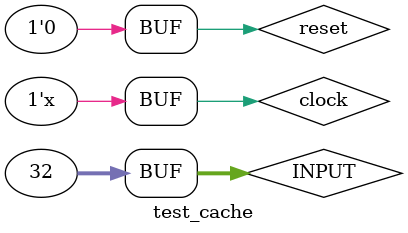
<source format=v>
`timescale 1ns / 1ps


module test_cache;

	// Inputs
	reg clock;
	reg reset;
	reg [31:0] INPUT;

	// Outputs
	wire [31:0] OUTPUT;

	// Instantiate the Unit Under Test (UUT)
	cache_32 uut (
		.clock(clock), 
		.reset(reset), 
		.INPUT(INPUT), 
		.OUTPUT(OUTPUT)
	);
   
   always #50 clock <= ~ clock;
	initial begin
		// Initialize Inputs
		clock = 0;
		reset = 0;
		INPUT = 0;

		// Wait 100 ns for global reset to finish
		#100;
      INPUT = 32;
		// Add stimulus here

	end
      
endmodule


</source>
